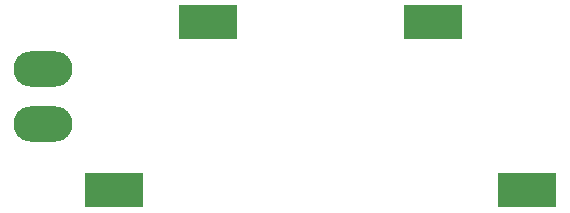
<source format=gbp>
G04*
G04 #@! TF.GenerationSoftware,Altium Limited,Altium Designer,22.0.2 (36)*
G04*
G04 Layer_Color=128*
%FSLAX25Y25*%
%MOIN*%
G70*
G04*
G04 #@! TF.SameCoordinates,B0134727-A30E-443A-9B04-D8BCE479AFC3*
G04*
G04*
G04 #@! TF.FilePolarity,Positive*
G04*
G01*
G75*
%ADD26O,0.19685X0.11811*%
%ADD27R,0.19685X0.11811*%
D26*
X102280Y106744D02*
D03*
X102280Y88500D02*
D03*
D27*
X232202Y122500D02*
D03*
X157398D02*
D03*
X125902Y66500D02*
D03*
X263698D02*
D03*
M02*

</source>
